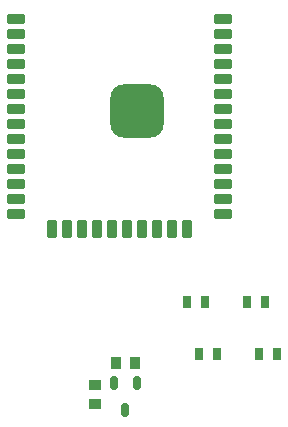
<source format=gbr>
G04*
G04 #@! TF.GenerationSoftware,Altium Limited,Altium Designer,22.4.2 (48)*
G04*
G04 Layer_Color=128*
%FSLAX44Y44*%
%MOMM*%
G71*
G04*
G04 #@! TF.SameCoordinates,805B4EF3-34EF-46CF-B3EC-FB7C4EB053B5*
G04*
G04*
G04 #@! TF.FilePolarity,Positive*
G04*
G01*
G75*
G04:AMPARAMS|DCode=18|XSize=4.5mm|YSize=4.5mm|CornerRadius=1.125mm|HoleSize=0mm|Usage=FLASHONLY|Rotation=0.000|XOffset=0mm|YOffset=0mm|HoleType=Round|Shape=RoundedRectangle|*
%AMROUNDEDRECTD18*
21,1,4.5000,2.2500,0,0,0.0*
21,1,2.2500,4.5000,0,0,0.0*
1,1,2.2500,1.1250,-1.1250*
1,1,2.2500,-1.1250,-1.1250*
1,1,2.2500,-1.1250,1.1250*
1,1,2.2500,1.1250,1.1250*
%
%ADD18ROUNDEDRECTD18*%
%ADD21R,0.9500X1.0000*%
%ADD22R,1.0000X0.9500*%
%ADD24R,0.7500X1.0000*%
G04:AMPARAMS|DCode=47|XSize=1.5mm|YSize=0.9mm|CornerRadius=0.225mm|HoleSize=0mm|Usage=FLASHONLY|Rotation=0.000|XOffset=0mm|YOffset=0mm|HoleType=Round|Shape=RoundedRectangle|*
%AMROUNDEDRECTD47*
21,1,1.5000,0.4500,0,0,0.0*
21,1,1.0500,0.9000,0,0,0.0*
1,1,0.4500,0.5250,-0.2250*
1,1,0.4500,-0.5250,-0.2250*
1,1,0.4500,-0.5250,0.2250*
1,1,0.4500,0.5250,0.2250*
%
%ADD47ROUNDEDRECTD47*%
G04:AMPARAMS|DCode=48|XSize=1.5mm|YSize=0.9mm|CornerRadius=0.225mm|HoleSize=0mm|Usage=FLASHONLY|Rotation=90.000|XOffset=0mm|YOffset=0mm|HoleType=Round|Shape=RoundedRectangle|*
%AMROUNDEDRECTD48*
21,1,1.5000,0.4500,0,0,90.0*
21,1,1.0500,0.9000,0,0,90.0*
1,1,0.4500,0.2250,0.5250*
1,1,0.4500,0.2250,-0.5250*
1,1,0.4500,-0.2250,-0.5250*
1,1,0.4500,-0.2250,0.5250*
%
%ADD48ROUNDEDRECTD48*%
G04:AMPARAMS|DCode=49|XSize=1.15mm|YSize=0.6mm|CornerRadius=0.15mm|HoleSize=0mm|Usage=FLASHONLY|Rotation=270.000|XOffset=0mm|YOffset=0mm|HoleType=Round|Shape=RoundedRectangle|*
%AMROUNDEDRECTD49*
21,1,1.1500,0.3000,0,0,270.0*
21,1,0.8500,0.6000,0,0,270.0*
1,1,0.3000,-0.1500,-0.4250*
1,1,0.3000,-0.1500,0.4250*
1,1,0.3000,0.1500,0.4250*
1,1,0.3000,0.1500,-0.4250*
%
%ADD49ROUNDEDRECTD49*%
D18*
X165000Y306600D02*
D03*
D21*
X162940Y92710D02*
D03*
X146940D02*
D03*
D22*
X129540Y58040D02*
D03*
Y74040D02*
D03*
D24*
X283210Y100330D02*
D03*
X268210D02*
D03*
X222130Y144780D02*
D03*
X207130D02*
D03*
X217410Y100330D02*
D03*
X232410D02*
D03*
X272810Y144780D02*
D03*
X257810D02*
D03*
D47*
X62500Y383800D02*
D03*
Y371100D02*
D03*
Y358400D02*
D03*
Y345700D02*
D03*
Y333000D02*
D03*
Y320300D02*
D03*
Y307600D02*
D03*
Y294900D02*
D03*
Y282200D02*
D03*
Y269500D02*
D03*
Y256800D02*
D03*
Y244100D02*
D03*
Y231400D02*
D03*
Y218700D02*
D03*
X237500D02*
D03*
Y231400D02*
D03*
Y244100D02*
D03*
Y256800D02*
D03*
Y269500D02*
D03*
Y282200D02*
D03*
Y294900D02*
D03*
Y307600D02*
D03*
Y320300D02*
D03*
Y333000D02*
D03*
Y345700D02*
D03*
Y358400D02*
D03*
Y371100D02*
D03*
Y383800D02*
D03*
D48*
X143600Y206200D02*
D03*
X92800D02*
D03*
X105500D02*
D03*
X118200D02*
D03*
X130900D02*
D03*
X156300D02*
D03*
X169000D02*
D03*
X181700D02*
D03*
X194400D02*
D03*
X207100D02*
D03*
D49*
X154940Y53266D02*
D03*
X164440Y76266D02*
D03*
X145440D02*
D03*
M02*

</source>
